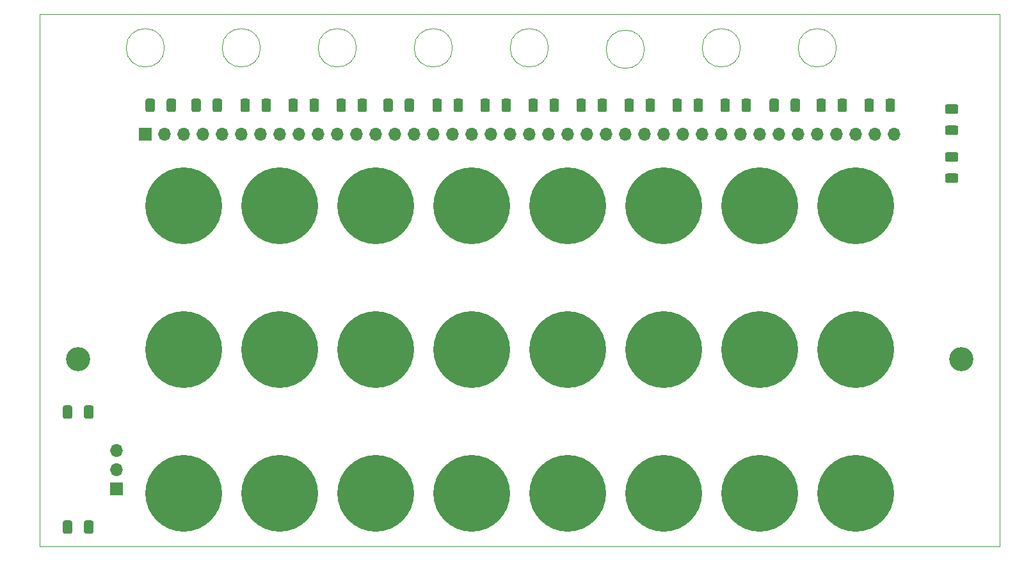
<source format=gbr>
G04 #@! TF.GenerationSoftware,KiCad,Pcbnew,5.1.8+dfsg1-1+b1*
G04 #@! TF.CreationDate,2021-07-07T17:05:11-05:00*
G04 #@! TF.ProjectId,front-panel,66726f6e-742d-4706-916e-656c2e6b6963,B*
G04 #@! TF.SameCoordinates,Original*
G04 #@! TF.FileFunction,Soldermask,Top*
G04 #@! TF.FilePolarity,Negative*
%FSLAX46Y46*%
G04 Gerber Fmt 4.6, Leading zero omitted, Abs format (unit mm)*
G04 Created by KiCad (PCBNEW 5.1.8+dfsg1-1+b1) date 2021-07-07 17:05:11*
%MOMM*%
%LPD*%
G01*
G04 APERTURE LIST*
G04 #@! TA.AperFunction,Profile*
%ADD10C,0.050000*%
G04 #@! TD*
%ADD11O,1.700000X1.700000*%
%ADD12R,1.700000X1.700000*%
%ADD13C,10.160000*%
%ADD14C,3.200000*%
G04 APERTURE END LIST*
D10*
X177800000Y-60325000D02*
X177800000Y-130810000D01*
X50800000Y-60325000D02*
X50800000Y-130810000D01*
X50800000Y-130810000D02*
X177800000Y-130810000D01*
X92710000Y-64770000D02*
G75*
G03*
X92710000Y-64770000I-2540000J0D01*
G01*
X156210000Y-64770000D02*
G75*
G03*
X156210000Y-64770000I-2540000J0D01*
G01*
X143510000Y-64770000D02*
G75*
G03*
X143510000Y-64770000I-2540000J0D01*
G01*
X130810000Y-64960500D02*
G75*
G03*
X130810000Y-64960500I-2540000J0D01*
G01*
X118110000Y-64770000D02*
G75*
G03*
X118110000Y-64770000I-2540000J0D01*
G01*
X105410000Y-64770000D02*
G75*
G03*
X105410000Y-64770000I-2540000J0D01*
G01*
X80010000Y-64770000D02*
G75*
G03*
X80010000Y-64770000I-2540000J0D01*
G01*
X67310000Y-64770000D02*
G75*
G03*
X67310000Y-64770000I-2540000J0D01*
G01*
X177800000Y-60325000D02*
X50800000Y-60325000D01*
D11*
X60960000Y-118110000D03*
X60960000Y-120650000D03*
D12*
X60960000Y-123190000D03*
D13*
X158750000Y-123825000D03*
X146050000Y-123825000D03*
X133350000Y-123825000D03*
X120650000Y-123825000D03*
X107950000Y-123825000D03*
X95250000Y-123825000D03*
X82550000Y-123825000D03*
X69850000Y-123825000D03*
G36*
G01*
X55105000Y-127645000D02*
X55105000Y-128895000D01*
G75*
G02*
X54855000Y-129145000I-250000J0D01*
G01*
X54105000Y-129145000D01*
G75*
G02*
X53855000Y-128895000I0J250000D01*
G01*
X53855000Y-127645000D01*
G75*
G02*
X54105000Y-127395000I250000J0D01*
G01*
X54855000Y-127395000D01*
G75*
G02*
X55105000Y-127645000I0J-250000D01*
G01*
G37*
G36*
G01*
X57905000Y-127645000D02*
X57905000Y-128895000D01*
G75*
G02*
X57655000Y-129145000I-250000J0D01*
G01*
X56905000Y-129145000D01*
G75*
G02*
X56655000Y-128895000I0J250000D01*
G01*
X56655000Y-127645000D01*
G75*
G02*
X56905000Y-127395000I250000J0D01*
G01*
X57655000Y-127395000D01*
G75*
G02*
X57905000Y-127645000I0J-250000D01*
G01*
G37*
G36*
G01*
X55105000Y-112405000D02*
X55105000Y-113655000D01*
G75*
G02*
X54855000Y-113905000I-250000J0D01*
G01*
X54105000Y-113905000D01*
G75*
G02*
X53855000Y-113655000I0J250000D01*
G01*
X53855000Y-112405000D01*
G75*
G02*
X54105000Y-112155000I250000J0D01*
G01*
X54855000Y-112155000D01*
G75*
G02*
X55105000Y-112405000I0J-250000D01*
G01*
G37*
G36*
G01*
X57905000Y-112405000D02*
X57905000Y-113655000D01*
G75*
G02*
X57655000Y-113905000I-250000J0D01*
G01*
X56905000Y-113905000D01*
G75*
G02*
X56655000Y-113655000I0J250000D01*
G01*
X56655000Y-112405000D01*
G75*
G02*
X56905000Y-112155000I250000J0D01*
G01*
X57655000Y-112155000D01*
G75*
G02*
X57905000Y-112405000I0J-250000D01*
G01*
G37*
D14*
X172720000Y-106045000D03*
X55880000Y-106045000D03*
D13*
X133350000Y-104775000D03*
G36*
G01*
X170825000Y-75070000D02*
X172075000Y-75070000D01*
G75*
G02*
X172325000Y-75320000I0J-250000D01*
G01*
X172325000Y-76070000D01*
G75*
G02*
X172075000Y-76320000I-250000J0D01*
G01*
X170825000Y-76320000D01*
G75*
G02*
X170575000Y-76070000I0J250000D01*
G01*
X170575000Y-75320000D01*
G75*
G02*
X170825000Y-75070000I250000J0D01*
G01*
G37*
G36*
G01*
X170825000Y-72270000D02*
X172075000Y-72270000D01*
G75*
G02*
X172325000Y-72520000I0J-250000D01*
G01*
X172325000Y-73270000D01*
G75*
G02*
X172075000Y-73520000I-250000J0D01*
G01*
X170825000Y-73520000D01*
G75*
G02*
X170575000Y-73270000I0J250000D01*
G01*
X170575000Y-72520000D01*
G75*
G02*
X170825000Y-72270000I250000J0D01*
G01*
G37*
G36*
G01*
X172075000Y-79870000D02*
X170825000Y-79870000D01*
G75*
G02*
X170575000Y-79620000I0J250000D01*
G01*
X170575000Y-78870000D01*
G75*
G02*
X170825000Y-78620000I250000J0D01*
G01*
X172075000Y-78620000D01*
G75*
G02*
X172325000Y-78870000I0J-250000D01*
G01*
X172325000Y-79620000D01*
G75*
G02*
X172075000Y-79870000I-250000J0D01*
G01*
G37*
G36*
G01*
X172075000Y-82670000D02*
X170825000Y-82670000D01*
G75*
G02*
X170575000Y-82420000I0J250000D01*
G01*
X170575000Y-81670000D01*
G75*
G02*
X170825000Y-81420000I250000J0D01*
G01*
X172075000Y-81420000D01*
G75*
G02*
X172325000Y-81670000I0J-250000D01*
G01*
X172325000Y-82420000D01*
G75*
G02*
X172075000Y-82670000I-250000J0D01*
G01*
G37*
X158750000Y-85725000D03*
X133350000Y-85725000D03*
X107950000Y-85725000D03*
X82550000Y-85725000D03*
X146050000Y-85725000D03*
X120650000Y-85725000D03*
X95250000Y-85725000D03*
X69850000Y-85725000D03*
X158750000Y-104775000D03*
X107950000Y-104775000D03*
X82550000Y-104775000D03*
X146050000Y-104775000D03*
X120650000Y-104775000D03*
X95250000Y-104775000D03*
X69850000Y-104775000D03*
G36*
G01*
X156350000Y-73015000D02*
X156350000Y-71765000D01*
G75*
G02*
X156600000Y-71515000I250000J0D01*
G01*
X157350000Y-71515000D01*
G75*
G02*
X157600000Y-71765000I0J-250000D01*
G01*
X157600000Y-73015000D01*
G75*
G02*
X157350000Y-73265000I-250000J0D01*
G01*
X156600000Y-73265000D01*
G75*
G02*
X156350000Y-73015000I0J250000D01*
G01*
G37*
G36*
G01*
X153550000Y-73015000D02*
X153550000Y-71765000D01*
G75*
G02*
X153800000Y-71515000I250000J0D01*
G01*
X154550000Y-71515000D01*
G75*
G02*
X154800000Y-71765000I0J-250000D01*
G01*
X154800000Y-73015000D01*
G75*
G02*
X154550000Y-73265000I-250000J0D01*
G01*
X153800000Y-73265000D01*
G75*
G02*
X153550000Y-73015000I0J250000D01*
G01*
G37*
G36*
G01*
X130950000Y-73015000D02*
X130950000Y-71765000D01*
G75*
G02*
X131200000Y-71515000I250000J0D01*
G01*
X131950000Y-71515000D01*
G75*
G02*
X132200000Y-71765000I0J-250000D01*
G01*
X132200000Y-73015000D01*
G75*
G02*
X131950000Y-73265000I-250000J0D01*
G01*
X131200000Y-73265000D01*
G75*
G02*
X130950000Y-73015000I0J250000D01*
G01*
G37*
G36*
G01*
X128150000Y-73015000D02*
X128150000Y-71765000D01*
G75*
G02*
X128400000Y-71515000I250000J0D01*
G01*
X129150000Y-71515000D01*
G75*
G02*
X129400000Y-71765000I0J-250000D01*
G01*
X129400000Y-73015000D01*
G75*
G02*
X129150000Y-73265000I-250000J0D01*
G01*
X128400000Y-73265000D01*
G75*
G02*
X128150000Y-73015000I0J250000D01*
G01*
G37*
G36*
G01*
X105550000Y-73015000D02*
X105550000Y-71765000D01*
G75*
G02*
X105800000Y-71515000I250000J0D01*
G01*
X106550000Y-71515000D01*
G75*
G02*
X106800000Y-71765000I0J-250000D01*
G01*
X106800000Y-73015000D01*
G75*
G02*
X106550000Y-73265000I-250000J0D01*
G01*
X105800000Y-73265000D01*
G75*
G02*
X105550000Y-73015000I0J250000D01*
G01*
G37*
G36*
G01*
X102750000Y-73015000D02*
X102750000Y-71765000D01*
G75*
G02*
X103000000Y-71515000I250000J0D01*
G01*
X103750000Y-71515000D01*
G75*
G02*
X104000000Y-71765000I0J-250000D01*
G01*
X104000000Y-73015000D01*
G75*
G02*
X103750000Y-73265000I-250000J0D01*
G01*
X103000000Y-73265000D01*
G75*
G02*
X102750000Y-73015000I0J250000D01*
G01*
G37*
G36*
G01*
X80150000Y-73015000D02*
X80150000Y-71765000D01*
G75*
G02*
X80400000Y-71515000I250000J0D01*
G01*
X81150000Y-71515000D01*
G75*
G02*
X81400000Y-71765000I0J-250000D01*
G01*
X81400000Y-73015000D01*
G75*
G02*
X81150000Y-73265000I-250000J0D01*
G01*
X80400000Y-73265000D01*
G75*
G02*
X80150000Y-73015000I0J250000D01*
G01*
G37*
G36*
G01*
X77350000Y-73015000D02*
X77350000Y-71765000D01*
G75*
G02*
X77600000Y-71515000I250000J0D01*
G01*
X78350000Y-71515000D01*
G75*
G02*
X78600000Y-71765000I0J-250000D01*
G01*
X78600000Y-73015000D01*
G75*
G02*
X78350000Y-73265000I-250000J0D01*
G01*
X77600000Y-73265000D01*
G75*
G02*
X77350000Y-73015000I0J250000D01*
G01*
G37*
G36*
G01*
X143650000Y-73015000D02*
X143650000Y-71765000D01*
G75*
G02*
X143900000Y-71515000I250000J0D01*
G01*
X144650000Y-71515000D01*
G75*
G02*
X144900000Y-71765000I0J-250000D01*
G01*
X144900000Y-73015000D01*
G75*
G02*
X144650000Y-73265000I-250000J0D01*
G01*
X143900000Y-73265000D01*
G75*
G02*
X143650000Y-73015000I0J250000D01*
G01*
G37*
G36*
G01*
X140850000Y-73015000D02*
X140850000Y-71765000D01*
G75*
G02*
X141100000Y-71515000I250000J0D01*
G01*
X141850000Y-71515000D01*
G75*
G02*
X142100000Y-71765000I0J-250000D01*
G01*
X142100000Y-73015000D01*
G75*
G02*
X141850000Y-73265000I-250000J0D01*
G01*
X141100000Y-73265000D01*
G75*
G02*
X140850000Y-73015000I0J250000D01*
G01*
G37*
G36*
G01*
X118250000Y-73015000D02*
X118250000Y-71765000D01*
G75*
G02*
X118500000Y-71515000I250000J0D01*
G01*
X119250000Y-71515000D01*
G75*
G02*
X119500000Y-71765000I0J-250000D01*
G01*
X119500000Y-73015000D01*
G75*
G02*
X119250000Y-73265000I-250000J0D01*
G01*
X118500000Y-73265000D01*
G75*
G02*
X118250000Y-73015000I0J250000D01*
G01*
G37*
G36*
G01*
X115450000Y-73015000D02*
X115450000Y-71765000D01*
G75*
G02*
X115700000Y-71515000I250000J0D01*
G01*
X116450000Y-71515000D01*
G75*
G02*
X116700000Y-71765000I0J-250000D01*
G01*
X116700000Y-73015000D01*
G75*
G02*
X116450000Y-73265000I-250000J0D01*
G01*
X115700000Y-73265000D01*
G75*
G02*
X115450000Y-73015000I0J250000D01*
G01*
G37*
G36*
G01*
X92850000Y-73015000D02*
X92850000Y-71765000D01*
G75*
G02*
X93100000Y-71515000I250000J0D01*
G01*
X93850000Y-71515000D01*
G75*
G02*
X94100000Y-71765000I0J-250000D01*
G01*
X94100000Y-73015000D01*
G75*
G02*
X93850000Y-73265000I-250000J0D01*
G01*
X93100000Y-73265000D01*
G75*
G02*
X92850000Y-73015000I0J250000D01*
G01*
G37*
G36*
G01*
X90050000Y-73015000D02*
X90050000Y-71765000D01*
G75*
G02*
X90300000Y-71515000I250000J0D01*
G01*
X91050000Y-71515000D01*
G75*
G02*
X91300000Y-71765000I0J-250000D01*
G01*
X91300000Y-73015000D01*
G75*
G02*
X91050000Y-73265000I-250000J0D01*
G01*
X90300000Y-73265000D01*
G75*
G02*
X90050000Y-73015000I0J250000D01*
G01*
G37*
G36*
G01*
X67580000Y-73015000D02*
X67580000Y-71765000D01*
G75*
G02*
X67830000Y-71515000I250000J0D01*
G01*
X68580000Y-71515000D01*
G75*
G02*
X68830000Y-71765000I0J-250000D01*
G01*
X68830000Y-73015000D01*
G75*
G02*
X68580000Y-73265000I-250000J0D01*
G01*
X67830000Y-73265000D01*
G75*
G02*
X67580000Y-73015000I0J250000D01*
G01*
G37*
G36*
G01*
X64780000Y-73015000D02*
X64780000Y-71765000D01*
G75*
G02*
X65030000Y-71515000I250000J0D01*
G01*
X65780000Y-71515000D01*
G75*
G02*
X66030000Y-71765000I0J-250000D01*
G01*
X66030000Y-73015000D01*
G75*
G02*
X65780000Y-73265000I-250000J0D01*
G01*
X65030000Y-73265000D01*
G75*
G02*
X64780000Y-73015000I0J250000D01*
G01*
G37*
D11*
X163830000Y-76200000D03*
X161290000Y-76200000D03*
X158750000Y-76200000D03*
X156210000Y-76200000D03*
X153670000Y-76200000D03*
X151130000Y-76200000D03*
X148590000Y-76200000D03*
X146050000Y-76200000D03*
X143510000Y-76200000D03*
X140970000Y-76200000D03*
X138430000Y-76200000D03*
X135890000Y-76200000D03*
X133350000Y-76200000D03*
X130810000Y-76200000D03*
X128270000Y-76200000D03*
X125730000Y-76200000D03*
X123190000Y-76200000D03*
X120650000Y-76200000D03*
X118110000Y-76200000D03*
X115570000Y-76200000D03*
X113030000Y-76200000D03*
X110490000Y-76200000D03*
X107950000Y-76200000D03*
X105410000Y-76200000D03*
X102870000Y-76200000D03*
X100330000Y-76200000D03*
X97790000Y-76200000D03*
X95250000Y-76200000D03*
X92710000Y-76200000D03*
X90170000Y-76200000D03*
X87630000Y-76200000D03*
X85090000Y-76200000D03*
X82550000Y-76200000D03*
X80010000Y-76200000D03*
X77470000Y-76200000D03*
X74930000Y-76200000D03*
X72390000Y-76200000D03*
X69850000Y-76200000D03*
X67310000Y-76200000D03*
D12*
X64770000Y-76200000D03*
G36*
G01*
X161150000Y-71765000D02*
X161150000Y-73015000D01*
G75*
G02*
X160900000Y-73265000I-250000J0D01*
G01*
X160150000Y-73265000D01*
G75*
G02*
X159900000Y-73015000I0J250000D01*
G01*
X159900000Y-71765000D01*
G75*
G02*
X160150000Y-71515000I250000J0D01*
G01*
X160900000Y-71515000D01*
G75*
G02*
X161150000Y-71765000I0J-250000D01*
G01*
G37*
G36*
G01*
X163950000Y-71765000D02*
X163950000Y-73015000D01*
G75*
G02*
X163700000Y-73265000I-250000J0D01*
G01*
X162950000Y-73265000D01*
G75*
G02*
X162700000Y-73015000I0J250000D01*
G01*
X162700000Y-71765000D01*
G75*
G02*
X162950000Y-71515000I250000J0D01*
G01*
X163700000Y-71515000D01*
G75*
G02*
X163950000Y-71765000I0J-250000D01*
G01*
G37*
G36*
G01*
X135750000Y-71765000D02*
X135750000Y-73015000D01*
G75*
G02*
X135500000Y-73265000I-250000J0D01*
G01*
X134750000Y-73265000D01*
G75*
G02*
X134500000Y-73015000I0J250000D01*
G01*
X134500000Y-71765000D01*
G75*
G02*
X134750000Y-71515000I250000J0D01*
G01*
X135500000Y-71515000D01*
G75*
G02*
X135750000Y-71765000I0J-250000D01*
G01*
G37*
G36*
G01*
X138550000Y-71765000D02*
X138550000Y-73015000D01*
G75*
G02*
X138300000Y-73265000I-250000J0D01*
G01*
X137550000Y-73265000D01*
G75*
G02*
X137300000Y-73015000I0J250000D01*
G01*
X137300000Y-71765000D01*
G75*
G02*
X137550000Y-71515000I250000J0D01*
G01*
X138300000Y-71515000D01*
G75*
G02*
X138550000Y-71765000I0J-250000D01*
G01*
G37*
G36*
G01*
X110350000Y-71765000D02*
X110350000Y-73015000D01*
G75*
G02*
X110100000Y-73265000I-250000J0D01*
G01*
X109350000Y-73265000D01*
G75*
G02*
X109100000Y-73015000I0J250000D01*
G01*
X109100000Y-71765000D01*
G75*
G02*
X109350000Y-71515000I250000J0D01*
G01*
X110100000Y-71515000D01*
G75*
G02*
X110350000Y-71765000I0J-250000D01*
G01*
G37*
G36*
G01*
X113150000Y-71765000D02*
X113150000Y-73015000D01*
G75*
G02*
X112900000Y-73265000I-250000J0D01*
G01*
X112150000Y-73265000D01*
G75*
G02*
X111900000Y-73015000I0J250000D01*
G01*
X111900000Y-71765000D01*
G75*
G02*
X112150000Y-71515000I250000J0D01*
G01*
X112900000Y-71515000D01*
G75*
G02*
X113150000Y-71765000I0J-250000D01*
G01*
G37*
G36*
G01*
X84950000Y-71765000D02*
X84950000Y-73015000D01*
G75*
G02*
X84700000Y-73265000I-250000J0D01*
G01*
X83950000Y-73265000D01*
G75*
G02*
X83700000Y-73015000I0J250000D01*
G01*
X83700000Y-71765000D01*
G75*
G02*
X83950000Y-71515000I250000J0D01*
G01*
X84700000Y-71515000D01*
G75*
G02*
X84950000Y-71765000I0J-250000D01*
G01*
G37*
G36*
G01*
X87750000Y-71765000D02*
X87750000Y-73015000D01*
G75*
G02*
X87500000Y-73265000I-250000J0D01*
G01*
X86750000Y-73265000D01*
G75*
G02*
X86500000Y-73015000I0J250000D01*
G01*
X86500000Y-71765000D01*
G75*
G02*
X86750000Y-71515000I250000J0D01*
G01*
X87500000Y-71515000D01*
G75*
G02*
X87750000Y-71765000I0J-250000D01*
G01*
G37*
G36*
G01*
X148580000Y-71765000D02*
X148580000Y-73015000D01*
G75*
G02*
X148330000Y-73265000I-250000J0D01*
G01*
X147580000Y-73265000D01*
G75*
G02*
X147330000Y-73015000I0J250000D01*
G01*
X147330000Y-71765000D01*
G75*
G02*
X147580000Y-71515000I250000J0D01*
G01*
X148330000Y-71515000D01*
G75*
G02*
X148580000Y-71765000I0J-250000D01*
G01*
G37*
G36*
G01*
X151380000Y-71765000D02*
X151380000Y-73015000D01*
G75*
G02*
X151130000Y-73265000I-250000J0D01*
G01*
X150380000Y-73265000D01*
G75*
G02*
X150130000Y-73015000I0J250000D01*
G01*
X150130000Y-71765000D01*
G75*
G02*
X150380000Y-71515000I250000J0D01*
G01*
X151130000Y-71515000D01*
G75*
G02*
X151380000Y-71765000I0J-250000D01*
G01*
G37*
G36*
G01*
X123050000Y-71765000D02*
X123050000Y-73015000D01*
G75*
G02*
X122800000Y-73265000I-250000J0D01*
G01*
X122050000Y-73265000D01*
G75*
G02*
X121800000Y-73015000I0J250000D01*
G01*
X121800000Y-71765000D01*
G75*
G02*
X122050000Y-71515000I250000J0D01*
G01*
X122800000Y-71515000D01*
G75*
G02*
X123050000Y-71765000I0J-250000D01*
G01*
G37*
G36*
G01*
X125850000Y-71765000D02*
X125850000Y-73015000D01*
G75*
G02*
X125600000Y-73265000I-250000J0D01*
G01*
X124850000Y-73265000D01*
G75*
G02*
X124600000Y-73015000I0J250000D01*
G01*
X124600000Y-71765000D01*
G75*
G02*
X124850000Y-71515000I250000J0D01*
G01*
X125600000Y-71515000D01*
G75*
G02*
X125850000Y-71765000I0J-250000D01*
G01*
G37*
G36*
G01*
X97520000Y-71765000D02*
X97520000Y-73015000D01*
G75*
G02*
X97270000Y-73265000I-250000J0D01*
G01*
X96520000Y-73265000D01*
G75*
G02*
X96270000Y-73015000I0J250000D01*
G01*
X96270000Y-71765000D01*
G75*
G02*
X96520000Y-71515000I250000J0D01*
G01*
X97270000Y-71515000D01*
G75*
G02*
X97520000Y-71765000I0J-250000D01*
G01*
G37*
G36*
G01*
X100320000Y-71765000D02*
X100320000Y-73015000D01*
G75*
G02*
X100070000Y-73265000I-250000J0D01*
G01*
X99320000Y-73265000D01*
G75*
G02*
X99070000Y-73015000I0J250000D01*
G01*
X99070000Y-71765000D01*
G75*
G02*
X99320000Y-71515000I250000J0D01*
G01*
X100070000Y-71515000D01*
G75*
G02*
X100320000Y-71765000I0J-250000D01*
G01*
G37*
G36*
G01*
X72120000Y-71765000D02*
X72120000Y-73015000D01*
G75*
G02*
X71870000Y-73265000I-250000J0D01*
G01*
X71120000Y-73265000D01*
G75*
G02*
X70870000Y-73015000I0J250000D01*
G01*
X70870000Y-71765000D01*
G75*
G02*
X71120000Y-71515000I250000J0D01*
G01*
X71870000Y-71515000D01*
G75*
G02*
X72120000Y-71765000I0J-250000D01*
G01*
G37*
G36*
G01*
X74920000Y-71765000D02*
X74920000Y-73015000D01*
G75*
G02*
X74670000Y-73265000I-250000J0D01*
G01*
X73920000Y-73265000D01*
G75*
G02*
X73670000Y-73015000I0J250000D01*
G01*
X73670000Y-71765000D01*
G75*
G02*
X73920000Y-71515000I250000J0D01*
G01*
X74670000Y-71515000D01*
G75*
G02*
X74920000Y-71765000I0J-250000D01*
G01*
G37*
M02*

</source>
